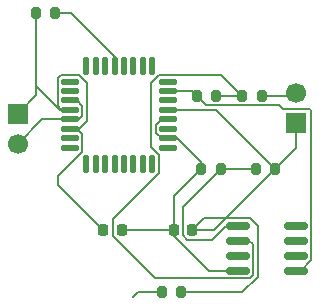
<source format=gbr>
%TF.GenerationSoftware,KiCad,Pcbnew,9.0.3*%
%TF.CreationDate,2025-11-11T20:03:35+05:30*%
%TF.ProjectId,mixed sig pcb(using microcontroller),6d697865-6420-4736-9967-207063622875,rev?*%
%TF.SameCoordinates,Original*%
%TF.FileFunction,Copper,L1,Top*%
%TF.FilePolarity,Positive*%
%FSLAX46Y46*%
G04 Gerber Fmt 4.6, Leading zero omitted, Abs format (unit mm)*
G04 Created by KiCad (PCBNEW 9.0.3) date 2025-11-11 20:03:35*
%MOMM*%
%LPD*%
G01*
G04 APERTURE LIST*
G04 Aperture macros list*
%AMRoundRect*
0 Rectangle with rounded corners*
0 $1 Rounding radius*
0 $2 $3 $4 $5 $6 $7 $8 $9 X,Y pos of 4 corners*
0 Add a 4 corners polygon primitive as box body*
4,1,4,$2,$3,$4,$5,$6,$7,$8,$9,$2,$3,0*
0 Add four circle primitives for the rounded corners*
1,1,$1+$1,$2,$3*
1,1,$1+$1,$4,$5*
1,1,$1+$1,$6,$7*
1,1,$1+$1,$8,$9*
0 Add four rect primitives between the rounded corners*
20,1,$1+$1,$2,$3,$4,$5,0*
20,1,$1+$1,$4,$5,$6,$7,0*
20,1,$1+$1,$6,$7,$8,$9,0*
20,1,$1+$1,$8,$9,$2,$3,0*%
G04 Aperture macros list end*
%TA.AperFunction,ComponentPad*%
%ADD10R,1.700000X1.700000*%
%TD*%
%TA.AperFunction,ComponentPad*%
%ADD11C,1.700000*%
%TD*%
%TA.AperFunction,SMDPad,CuDef*%
%ADD12RoundRect,0.200000X0.200000X0.275000X-0.200000X0.275000X-0.200000X-0.275000X0.200000X-0.275000X0*%
%TD*%
%TA.AperFunction,SMDPad,CuDef*%
%ADD13RoundRect,0.200000X-0.200000X-0.275000X0.200000X-0.275000X0.200000X0.275000X-0.200000X0.275000X0*%
%TD*%
%TA.AperFunction,SMDPad,CuDef*%
%ADD14RoundRect,0.137500X-0.600000X-0.137500X0.600000X-0.137500X0.600000X0.137500X-0.600000X0.137500X0*%
%TD*%
%TA.AperFunction,SMDPad,CuDef*%
%ADD15RoundRect,0.137500X-0.137500X-0.600000X0.137500X-0.600000X0.137500X0.600000X-0.137500X0.600000X0*%
%TD*%
%TA.AperFunction,SMDPad,CuDef*%
%ADD16RoundRect,0.218750X-0.218750X-0.256250X0.218750X-0.256250X0.218750X0.256250X-0.218750X0.256250X0*%
%TD*%
%TA.AperFunction,SMDPad,CuDef*%
%ADD17RoundRect,0.150000X-0.825000X-0.150000X0.825000X-0.150000X0.825000X0.150000X-0.825000X0.150000X0*%
%TD*%
%TA.AperFunction,SMDPad,CuDef*%
%ADD18RoundRect,0.225000X-0.225000X-0.250000X0.225000X-0.250000X0.225000X0.250000X-0.225000X0.250000X0*%
%TD*%
%TA.AperFunction,ViaPad*%
%ADD19C,0.600000*%
%TD*%
%TA.AperFunction,Conductor*%
%ADD20C,0.200000*%
%TD*%
G04 APERTURE END LIST*
D10*
%TO.P,J2,1,Pin_1*%
%TO.N,GNDA*%
X172000000Y-95075000D03*
D11*
%TO.P,J2,2,Pin_2*%
%TO.N,Net-(J2-Pin_2)*%
X172000000Y-92535000D03*
%TD*%
D12*
%TO.P,R1,1*%
%TO.N,Net-(U1-PC6{slash}~{RESET})*%
X151600000Y-85800000D03*
%TO.P,R1,2*%
%TO.N,5VD*%
X149950000Y-85800000D03*
%TD*%
D10*
%TO.P,J1,1,Pin_1*%
%TO.N,5VD*%
X148400000Y-94325000D03*
D11*
%TO.P,J1,2,Pin_2*%
%TO.N,GNDD*%
X148400000Y-96865000D03*
%TD*%
D13*
%TO.P,R3,1*%
%TO.N,5VA*%
X163950000Y-99000000D03*
%TO.P,R3,2*%
%TO.N,Net-(U2-+)*%
X165600000Y-99000000D03*
%TD*%
%TO.P,R2,1*%
%TO.N,Net-(U2-+)*%
X168550000Y-99000000D03*
%TO.P,R2,2*%
%TO.N,GNDA*%
X170200000Y-99000000D03*
%TD*%
D14*
%TO.P,U1,1,PD3*%
%TO.N,unconnected-(U1-PD3-Pad1)*%
X152837500Y-91600000D03*
%TO.P,U1,2,PD4*%
%TO.N,unconnected-(U1-PD4-Pad2)*%
X152837500Y-92400000D03*
%TO.P,U1,3,GND*%
%TO.N,GNDD*%
X152837500Y-93200000D03*
%TO.P,U1,4,VCC*%
%TO.N,5VD*%
X152837500Y-94000000D03*
%TO.P,U1,5,GND*%
%TO.N,GNDD*%
X152837500Y-94800000D03*
%TO.P,U1,6,VCC*%
%TO.N,5VD*%
X152837500Y-95600000D03*
%TO.P,U1,7,PB6/XTAL1*%
%TO.N,unconnected-(U1-PB6{slash}XTAL1-Pad7)*%
X152837500Y-96400000D03*
%TO.P,U1,8,PB7/XTAL2*%
%TO.N,unconnected-(U1-PB7{slash}XTAL2-Pad8)*%
X152837500Y-97200000D03*
D15*
%TO.P,U1,9,PD5*%
%TO.N,unconnected-(U1-PD5-Pad9)*%
X154200000Y-98562500D03*
%TO.P,U1,10,PD6*%
%TO.N,unconnected-(U1-PD6-Pad10)*%
X155000000Y-98562500D03*
%TO.P,U1,11,PD7*%
%TO.N,unconnected-(U1-PD7-Pad11)*%
X155800000Y-98562500D03*
%TO.P,U1,12,PB0*%
%TO.N,unconnected-(U1-PB0-Pad12)*%
X156600000Y-98562500D03*
%TO.P,U1,13,PB1*%
%TO.N,unconnected-(U1-PB1-Pad13)*%
X157400000Y-98562500D03*
%TO.P,U1,14,PB2*%
%TO.N,unconnected-(U1-PB2-Pad14)*%
X158200000Y-98562500D03*
%TO.P,U1,15,PB3*%
%TO.N,unconnected-(U1-PB3-Pad15)*%
X159000000Y-98562500D03*
%TO.P,U1,16,PB4*%
%TO.N,unconnected-(U1-PB4-Pad16)*%
X159800000Y-98562500D03*
D14*
%TO.P,U1,17,PB5*%
%TO.N,unconnected-(U1-PB5-Pad17)*%
X161162500Y-97200000D03*
%TO.P,U1,18,AVCC*%
%TO.N,5VA*%
X161162500Y-96400000D03*
%TO.P,U1,19,ADC6*%
%TO.N,unconnected-(U1-ADC6-Pad19)*%
X161162500Y-95600000D03*
%TO.P,U1,20,AREF*%
%TO.N,5VA*%
X161162500Y-94800000D03*
%TO.P,U1,21,AGND*%
%TO.N,GNDA*%
X161162500Y-94000000D03*
%TO.P,U1,22,ADC7*%
%TO.N,unconnected-(U1-ADC7-Pad22)*%
X161162500Y-93200000D03*
%TO.P,U1,23,PC0*%
%TO.N,Net-(U1-PC0)*%
X161162500Y-92400000D03*
%TO.P,U1,24,PC1*%
%TO.N,unconnected-(U1-PC1-Pad24)*%
X161162500Y-91600000D03*
D15*
%TO.P,U1,25,PC2*%
%TO.N,unconnected-(U1-PC2-Pad25)*%
X159800000Y-90237500D03*
%TO.P,U1,26,PC3*%
%TO.N,unconnected-(U1-PC3-Pad26)*%
X159000000Y-90237500D03*
%TO.P,U1,27,PC4*%
%TO.N,unconnected-(U1-PC4-Pad27)*%
X158200000Y-90237500D03*
%TO.P,U1,28,PC5*%
%TO.N,unconnected-(U1-PC5-Pad28)*%
X157400000Y-90237500D03*
%TO.P,U1,29,PC6/~{RESET}*%
%TO.N,Net-(U1-PC6{slash}~{RESET})*%
X156600000Y-90237500D03*
%TO.P,U1,30,PD0*%
%TO.N,unconnected-(U1-PD0-Pad30)*%
X155800000Y-90237500D03*
%TO.P,U1,31,PD1*%
%TO.N,unconnected-(U1-PD1-Pad31)*%
X155000000Y-90237500D03*
%TO.P,U1,32,PD2*%
%TO.N,unconnected-(U1-PD2-Pad32)*%
X154200000Y-90237500D03*
%TD*%
D13*
%TO.P,R4,1*%
%TO.N,Net-(U2--)*%
X167400000Y-92800000D03*
%TO.P,R4,2*%
%TO.N,Net-(J2-Pin_2)*%
X169050000Y-92800000D03*
%TD*%
D16*
%TO.P,FB1,1*%
%TO.N,5VD*%
X155625000Y-104200000D03*
%TO.P,FB1,2*%
%TO.N,5VA*%
X157200000Y-104200000D03*
%TD*%
D12*
%TO.P,R6,1*%
%TO.N,GNDA*%
X162250000Y-109400000D03*
%TO.P,R6,2*%
%TO.N,GNDD*%
X160600000Y-109400000D03*
%TD*%
D17*
%TO.P,U2,1,+*%
%TO.N,Net-(U2-+)*%
X167050000Y-103790000D03*
%TO.P,U2,2,-*%
%TO.N,Net-(U2--)*%
X167050000Y-105060000D03*
%TO.P,U2,3,V+*%
%TO.N,GND*%
X167050000Y-106330000D03*
%TO.P,U2,4,V-*%
%TO.N,5VA*%
X167050000Y-107600000D03*
%TO.P,U2,5*%
%TO.N,Net-(U1-PC0)*%
X172000000Y-107600000D03*
%TO.P,U2,6*%
%TO.N,N/C*%
X172000000Y-106330000D03*
%TO.P,U2,7*%
X172000000Y-105060000D03*
%TO.P,U2,8*%
X172000000Y-103790000D03*
%TD*%
D13*
%TO.P,R5,1*%
%TO.N,Net-(U1-PC0)*%
X163550000Y-92800000D03*
%TO.P,R5,2*%
%TO.N,Net-(U2--)*%
X165200000Y-92800000D03*
%TD*%
D18*
%TO.P,C1,1*%
%TO.N,5VA*%
X161650000Y-104200000D03*
%TO.P,C1,2*%
%TO.N,GNDA*%
X163200000Y-104200000D03*
%TD*%
D19*
%TO.N,GNDD*%
X160600000Y-109400000D03*
%TD*%
D20*
%TO.N,5VD*%
X149950000Y-85800000D02*
X149950000Y-92000000D01*
X152100001Y-94000000D02*
X152837500Y-94000000D01*
X151799000Y-99599944D02*
X153876000Y-97522944D01*
X153398944Y-95600000D02*
X152837500Y-95600000D01*
X151950000Y-94000000D02*
X149950000Y-92000000D01*
X151799000Y-100374000D02*
X151799000Y-99599944D01*
X153622944Y-91024000D02*
X152052056Y-91024000D01*
X154277000Y-91678056D02*
X153622944Y-91024000D01*
X152837500Y-95600000D02*
X153574999Y-95600000D01*
X149950000Y-92000000D02*
X149950000Y-92775000D01*
X153876000Y-97522944D02*
X153876000Y-96077056D01*
X149950000Y-92775000D02*
X148400000Y-94325000D01*
X151799000Y-93698999D02*
X152100001Y-94000000D01*
X155625000Y-104200000D02*
X151799000Y-100374000D01*
X148400000Y-94325000D02*
X148725000Y-94000000D01*
X152837500Y-94000000D02*
X151950000Y-94000000D01*
X152052056Y-91024000D02*
X151799000Y-91277056D01*
X154277000Y-94897999D02*
X154277000Y-91678056D01*
X151799000Y-91277056D02*
X151799000Y-93698999D01*
X153574999Y-95600000D02*
X154277000Y-94897999D01*
X153876000Y-96077056D02*
X153398944Y-95600000D01*
%TO.N,Net-(U1-PC6{slash}~{RESET})*%
X152899999Y-85800000D02*
X156600000Y-89500001D01*
X151600000Y-85800000D02*
X152899999Y-85800000D01*
X156600000Y-89500001D02*
X156600000Y-90237500D01*
%TO.N,GNDA*%
X167434068Y-109400000D02*
X168727000Y-108107068D01*
X172000000Y-97200000D02*
X170200000Y-99000000D01*
X162250000Y-109400000D02*
X167434068Y-109400000D01*
X165000000Y-104200000D02*
X170200000Y-99000000D01*
X170200000Y-99000000D02*
X165200000Y-94000000D01*
X164211000Y-103189000D02*
X163200000Y-104200000D01*
X168727000Y-103850032D02*
X168065968Y-103189000D01*
X168065968Y-103189000D02*
X164211000Y-103189000D01*
X172000000Y-95075000D02*
X172000000Y-97200000D01*
X165200000Y-94000000D02*
X161162500Y-94000000D01*
X168727000Y-108107068D02*
X168727000Y-103850032D01*
X163200000Y-104200000D02*
X165000000Y-104200000D01*
%TO.N,Net-(U2-+)*%
X168550000Y-99000000D02*
X165600000Y-99000000D01*
X165600000Y-99000000D02*
X162401000Y-102199000D01*
X162401000Y-104626110D02*
X162750890Y-104976000D01*
X164889001Y-104976000D02*
X166075001Y-103790000D01*
X162750890Y-104976000D02*
X164889001Y-104976000D01*
X166075001Y-103790000D02*
X167050000Y-103790000D01*
X162401000Y-102199000D02*
X162401000Y-104626110D01*
%TO.N,5VA*%
X161650000Y-104200000D02*
X161650000Y-101300000D01*
X161899999Y-96400000D02*
X161162500Y-96400000D01*
X160124000Y-95277056D02*
X160601056Y-94800000D01*
X161650000Y-101300000D02*
X163950000Y-99000000D01*
X160601056Y-96400000D02*
X160124000Y-95922944D01*
X161162500Y-96400000D02*
X160601056Y-96400000D01*
X164575000Y-107600000D02*
X161650000Y-104675000D01*
X163950000Y-99000000D02*
X163950000Y-98450001D01*
X161650000Y-104675000D02*
X161650000Y-104200000D01*
X167050000Y-107600000D02*
X164575000Y-107600000D01*
X160601056Y-94800000D02*
X161162500Y-94800000D01*
X157200000Y-104200000D02*
X161650000Y-104200000D01*
X160124000Y-95922944D02*
X160124000Y-95277056D01*
X163950000Y-98450001D02*
X161899999Y-96400000D01*
%TO.N,Net-(U2--)*%
X160377056Y-91024000D02*
X165624000Y-91024000D01*
X159723000Y-97121944D02*
X159723000Y-91678056D01*
X160377056Y-97776000D02*
X159723000Y-97121944D01*
X160377056Y-99346888D02*
X160377056Y-97776000D01*
X159984900Y-108201000D02*
X156461500Y-104677600D01*
X167050000Y-105060000D02*
X168024999Y-105060000D01*
X159723000Y-91678056D02*
X160377056Y-91024000D01*
X156461500Y-103262444D02*
X160377056Y-99346888D01*
X168024999Y-105060000D02*
X168326000Y-105361001D01*
X165624000Y-91024000D02*
X167400000Y-92800000D01*
X168326000Y-105361001D02*
X168326000Y-107940968D01*
X165200000Y-92800000D02*
X167400000Y-92800000D01*
X168326000Y-107940968D02*
X168065968Y-108201000D01*
X168065968Y-108201000D02*
X159984900Y-108201000D01*
X156461500Y-104677600D02*
X156461500Y-103262444D01*
%TO.N,Net-(J2-Pin_2)*%
X171735000Y-92800000D02*
X172000000Y-92535000D01*
X169050000Y-92800000D02*
X171735000Y-92800000D01*
%TO.N,Net-(U1-PC0)*%
X173276000Y-106670968D02*
X172346968Y-107600000D01*
X163550000Y-92800000D02*
X164349000Y-93599000D01*
X163150000Y-92400000D02*
X163550000Y-92800000D01*
X173276000Y-94049000D02*
X173276000Y-106670968D01*
X170524000Y-93599000D02*
X170849000Y-93924000D01*
X170849000Y-93924000D02*
X173151000Y-93924000D01*
X173151000Y-93924000D02*
X173276000Y-94049000D01*
X161162500Y-92400000D02*
X163150000Y-92400000D01*
X164349000Y-93599000D02*
X170524000Y-93599000D01*
X172346968Y-107600000D02*
X172000000Y-107600000D01*
%TO.N,GNDD*%
X158600000Y-109400000D02*
X160600000Y-109400000D01*
X153876000Y-93677056D02*
X153876000Y-94498999D01*
X153398944Y-93200000D02*
X153876000Y-93677056D01*
X150465000Y-94800000D02*
X152837500Y-94800000D01*
X148400000Y-96865000D02*
X150465000Y-94800000D01*
X153574999Y-94800000D02*
X152837500Y-94800000D01*
X158600000Y-109400000D02*
X158200000Y-109800000D01*
X153876000Y-94498999D02*
X153574999Y-94800000D01*
X152837500Y-93200000D02*
X153398944Y-93200000D01*
%TD*%
M02*

</source>
